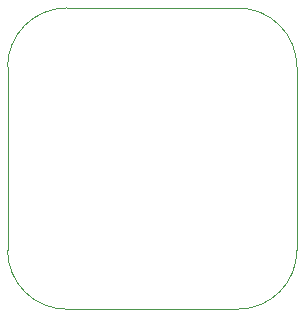
<source format=gbr>
%TF.GenerationSoftware,KiCad,Pcbnew,9.0.6*%
%TF.CreationDate,2026-01-29T18:16:49-08:00*%
%TF.ProjectId,Lab3,4c616233-2e6b-4696-9361-645f70636258,rev?*%
%TF.SameCoordinates,Original*%
%TF.FileFunction,Profile,NP*%
%FSLAX46Y46*%
G04 Gerber Fmt 4.6, Leading zero omitted, Abs format (unit mm)*
G04 Created by KiCad (PCBNEW 9.0.6) date 2026-01-29 18:16:49*
%MOMM*%
%LPD*%
G01*
G04 APERTURE LIST*
%TA.AperFunction,Profile*%
%ADD10C,0.050000*%
%TD*%
G04 APERTURE END LIST*
D10*
X166350000Y-82500000D02*
G75*
G02*
X161350000Y-77500000I0J5000000D01*
G01*
X161350000Y-77500000D02*
X161350000Y-62000000D01*
X161350000Y-62000000D02*
G75*
G02*
X166350000Y-57000000I5000000J0D01*
G01*
X185850000Y-77500000D02*
G75*
G02*
X180850000Y-82500000I-5000000J0D01*
G01*
X180850000Y-82500000D02*
X166350000Y-82500000D01*
X180850000Y-57000000D02*
G75*
G02*
X185850000Y-62000000I0J-5000000D01*
G01*
X185850000Y-62000000D02*
X185850000Y-77500000D01*
X166350000Y-57000000D02*
X180850000Y-57000000D01*
M02*

</source>
